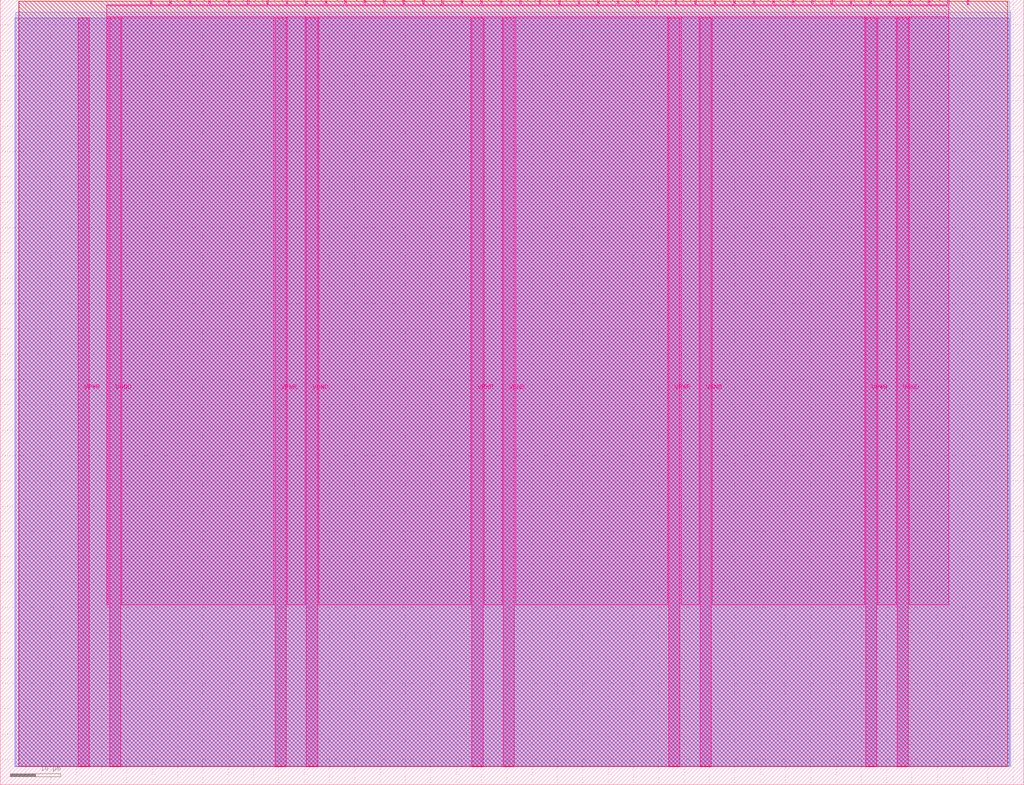
<source format=lef>
VERSION 5.7 ;
  NOWIREEXTENSIONATPIN ON ;
  DIVIDERCHAR "/" ;
  BUSBITCHARS "[]" ;
MACRO tt_um_emilian_muxpga
  CLASS BLOCK ;
  FOREIGN tt_um_emilian_muxpga ;
  ORIGIN 0.000 0.000 ;
  SIZE 202.080 BY 154.980 ;
  PIN VGND
    DIRECTION INOUT ;
    USE GROUND ;
    PORT
      LAYER Metal5 ;
        RECT 21.580 3.560 23.780 151.420 ;
    END
    PORT
      LAYER Metal5 ;
        RECT 60.450 3.560 62.650 151.420 ;
    END
    PORT
      LAYER Metal5 ;
        RECT 99.320 3.560 101.520 151.420 ;
    END
    PORT
      LAYER Metal5 ;
        RECT 138.190 3.560 140.390 151.420 ;
    END
    PORT
      LAYER Metal5 ;
        RECT 177.060 3.560 179.260 151.420 ;
    END
  END VGND
  PIN VPWR
    DIRECTION INOUT ;
    USE POWER ;
    PORT
      LAYER Metal5 ;
        RECT 15.380 3.560 17.580 151.420 ;
    END
    PORT
      LAYER Metal5 ;
        RECT 54.250 3.560 56.450 151.420 ;
    END
    PORT
      LAYER Metal5 ;
        RECT 93.120 3.560 95.320 151.420 ;
    END
    PORT
      LAYER Metal5 ;
        RECT 131.990 3.560 134.190 151.420 ;
    END
    PORT
      LAYER Metal5 ;
        RECT 170.860 3.560 173.060 151.420 ;
    END
  END VPWR
  PIN clk
    DIRECTION INPUT ;
    USE SIGNAL ;
    ANTENNAGATEAREA 0.213200 ;
    PORT
      LAYER Metal5 ;
        RECT 187.050 153.980 187.350 154.980 ;
    END
  END clk
  PIN ena
    DIRECTION INPUT ;
    USE SIGNAL ;
    PORT
      LAYER Metal5 ;
        RECT 190.890 153.980 191.190 154.980 ;
    END
  END ena
  PIN rst_n
    DIRECTION INPUT ;
    USE SIGNAL ;
    ANTENNAGATEAREA 0.741000 ;
    PORT
      LAYER Metal5 ;
        RECT 183.210 153.980 183.510 154.980 ;
    END
  END rst_n
  PIN ui_in[0]
    DIRECTION INPUT ;
    USE SIGNAL ;
    ANTENNAGATEAREA 0.314600 ;
    PORT
      LAYER Metal5 ;
        RECT 179.370 153.980 179.670 154.980 ;
    END
  END ui_in[0]
  PIN ui_in[1]
    DIRECTION INPUT ;
    USE SIGNAL ;
    ANTENNAGATEAREA 0.213200 ;
    PORT
      LAYER Metal5 ;
        RECT 175.530 153.980 175.830 154.980 ;
    END
  END ui_in[1]
  PIN ui_in[2]
    DIRECTION INPUT ;
    USE SIGNAL ;
    ANTENNAGATEAREA 0.180700 ;
    PORT
      LAYER Metal5 ;
        RECT 171.690 153.980 171.990 154.980 ;
    END
  END ui_in[2]
  PIN ui_in[3]
    DIRECTION INPUT ;
    USE SIGNAL ;
    ANTENNAGATEAREA 0.180700 ;
    PORT
      LAYER Metal5 ;
        RECT 167.850 153.980 168.150 154.980 ;
    END
  END ui_in[3]
  PIN ui_in[4]
    DIRECTION INPUT ;
    USE SIGNAL ;
    PORT
      LAYER Metal5 ;
        RECT 164.010 153.980 164.310 154.980 ;
    END
  END ui_in[4]
  PIN ui_in[5]
    DIRECTION INPUT ;
    USE SIGNAL ;
    PORT
      LAYER Metal5 ;
        RECT 160.170 153.980 160.470 154.980 ;
    END
  END ui_in[5]
  PIN ui_in[6]
    DIRECTION INPUT ;
    USE SIGNAL ;
    ANTENNAGATEAREA 0.213200 ;
    PORT
      LAYER Metal5 ;
        RECT 156.330 153.980 156.630 154.980 ;
    END
  END ui_in[6]
  PIN ui_in[7]
    DIRECTION INPUT ;
    USE SIGNAL ;
    ANTENNAGATEAREA 0.213200 ;
    PORT
      LAYER Metal5 ;
        RECT 152.490 153.980 152.790 154.980 ;
    END
  END ui_in[7]
  PIN uio_in[0]
    DIRECTION INPUT ;
    USE SIGNAL ;
    PORT
      LAYER Metal5 ;
        RECT 148.650 153.980 148.950 154.980 ;
    END
  END uio_in[0]
  PIN uio_in[1]
    DIRECTION INPUT ;
    USE SIGNAL ;
    PORT
      LAYER Metal5 ;
        RECT 144.810 153.980 145.110 154.980 ;
    END
  END uio_in[1]
  PIN uio_in[2]
    DIRECTION INPUT ;
    USE SIGNAL ;
    PORT
      LAYER Metal5 ;
        RECT 140.970 153.980 141.270 154.980 ;
    END
  END uio_in[2]
  PIN uio_in[3]
    DIRECTION INPUT ;
    USE SIGNAL ;
    PORT
      LAYER Metal5 ;
        RECT 137.130 153.980 137.430 154.980 ;
    END
  END uio_in[3]
  PIN uio_in[4]
    DIRECTION INPUT ;
    USE SIGNAL ;
    PORT
      LAYER Metal5 ;
        RECT 133.290 153.980 133.590 154.980 ;
    END
  END uio_in[4]
  PIN uio_in[5]
    DIRECTION INPUT ;
    USE SIGNAL ;
    PORT
      LAYER Metal5 ;
        RECT 129.450 153.980 129.750 154.980 ;
    END
  END uio_in[5]
  PIN uio_in[6]
    DIRECTION INPUT ;
    USE SIGNAL ;
    PORT
      LAYER Metal5 ;
        RECT 125.610 153.980 125.910 154.980 ;
    END
  END uio_in[6]
  PIN uio_in[7]
    DIRECTION INPUT ;
    USE SIGNAL ;
    PORT
      LAYER Metal5 ;
        RECT 121.770 153.980 122.070 154.980 ;
    END
  END uio_in[7]
  PIN uio_oe[0]
    DIRECTION OUTPUT ;
    USE SIGNAL ;
    ANTENNADIFFAREA 0.299200 ;
    PORT
      LAYER Metal5 ;
        RECT 56.490 153.980 56.790 154.980 ;
    END
  END uio_oe[0]
  PIN uio_oe[1]
    DIRECTION OUTPUT ;
    USE SIGNAL ;
    ANTENNADIFFAREA 0.299200 ;
    PORT
      LAYER Metal5 ;
        RECT 52.650 153.980 52.950 154.980 ;
    END
  END uio_oe[1]
  PIN uio_oe[2]
    DIRECTION OUTPUT ;
    USE SIGNAL ;
    ANTENNADIFFAREA 0.299200 ;
    PORT
      LAYER Metal5 ;
        RECT 48.810 153.980 49.110 154.980 ;
    END
  END uio_oe[2]
  PIN uio_oe[3]
    DIRECTION OUTPUT ;
    USE SIGNAL ;
    ANTENNADIFFAREA 0.299200 ;
    PORT
      LAYER Metal5 ;
        RECT 44.970 153.980 45.270 154.980 ;
    END
  END uio_oe[3]
  PIN uio_oe[4]
    DIRECTION OUTPUT ;
    USE SIGNAL ;
    ANTENNADIFFAREA 0.299200 ;
    PORT
      LAYER Metal5 ;
        RECT 41.130 153.980 41.430 154.980 ;
    END
  END uio_oe[4]
  PIN uio_oe[5]
    DIRECTION OUTPUT ;
    USE SIGNAL ;
    ANTENNADIFFAREA 0.299200 ;
    PORT
      LAYER Metal5 ;
        RECT 37.290 153.980 37.590 154.980 ;
    END
  END uio_oe[5]
  PIN uio_oe[6]
    DIRECTION OUTPUT ;
    USE SIGNAL ;
    ANTENNADIFFAREA 0.299200 ;
    PORT
      LAYER Metal5 ;
        RECT 33.450 153.980 33.750 154.980 ;
    END
  END uio_oe[6]
  PIN uio_oe[7]
    DIRECTION OUTPUT ;
    USE SIGNAL ;
    ANTENNADIFFAREA 0.299200 ;
    PORT
      LAYER Metal5 ;
        RECT 29.610 153.980 29.910 154.980 ;
    END
  END uio_oe[7]
  PIN uio_out[0]
    DIRECTION OUTPUT ;
    USE SIGNAL ;
    ANTENNADIFFAREA 0.299200 ;
    PORT
      LAYER Metal5 ;
        RECT 87.210 153.980 87.510 154.980 ;
    END
  END uio_out[0]
  PIN uio_out[1]
    DIRECTION OUTPUT ;
    USE SIGNAL ;
    ANTENNADIFFAREA 0.299200 ;
    PORT
      LAYER Metal5 ;
        RECT 83.370 153.980 83.670 154.980 ;
    END
  END uio_out[1]
  PIN uio_out[2]
    DIRECTION OUTPUT ;
    USE SIGNAL ;
    ANTENNADIFFAREA 0.299200 ;
    PORT
      LAYER Metal5 ;
        RECT 79.530 153.980 79.830 154.980 ;
    END
  END uio_out[2]
  PIN uio_out[3]
    DIRECTION OUTPUT ;
    USE SIGNAL ;
    ANTENNADIFFAREA 0.299200 ;
    PORT
      LAYER Metal5 ;
        RECT 75.690 153.980 75.990 154.980 ;
    END
  END uio_out[3]
  PIN uio_out[4]
    DIRECTION OUTPUT ;
    USE SIGNAL ;
    ANTENNADIFFAREA 0.299200 ;
    PORT
      LAYER Metal5 ;
        RECT 71.850 153.980 72.150 154.980 ;
    END
  END uio_out[4]
  PIN uio_out[5]
    DIRECTION OUTPUT ;
    USE SIGNAL ;
    ANTENNADIFFAREA 0.299200 ;
    PORT
      LAYER Metal5 ;
        RECT 68.010 153.980 68.310 154.980 ;
    END
  END uio_out[5]
  PIN uio_out[6]
    DIRECTION OUTPUT ;
    USE SIGNAL ;
    ANTENNADIFFAREA 0.299200 ;
    PORT
      LAYER Metal5 ;
        RECT 64.170 153.980 64.470 154.980 ;
    END
  END uio_out[6]
  PIN uio_out[7]
    DIRECTION OUTPUT ;
    USE SIGNAL ;
    ANTENNADIFFAREA 0.299200 ;
    PORT
      LAYER Metal5 ;
        RECT 60.330 153.980 60.630 154.980 ;
    END
  END uio_out[7]
  PIN uo_out[0]
    DIRECTION OUTPUT ;
    USE SIGNAL ;
    ANTENNADIFFAREA 0.299200 ;
    PORT
      LAYER Metal5 ;
        RECT 117.930 153.980 118.230 154.980 ;
    END
  END uo_out[0]
  PIN uo_out[1]
    DIRECTION OUTPUT ;
    USE SIGNAL ;
    ANTENNADIFFAREA 0.299200 ;
    PORT
      LAYER Metal5 ;
        RECT 114.090 153.980 114.390 154.980 ;
    END
  END uo_out[1]
  PIN uo_out[2]
    DIRECTION OUTPUT ;
    USE SIGNAL ;
    ANTENNADIFFAREA 0.299200 ;
    PORT
      LAYER Metal5 ;
        RECT 110.250 153.980 110.550 154.980 ;
    END
  END uo_out[2]
  PIN uo_out[3]
    DIRECTION OUTPUT ;
    USE SIGNAL ;
    ANTENNADIFFAREA 0.299200 ;
    PORT
      LAYER Metal5 ;
        RECT 106.410 153.980 106.710 154.980 ;
    END
  END uo_out[3]
  PIN uo_out[4]
    DIRECTION OUTPUT ;
    USE SIGNAL ;
    ANTENNADIFFAREA 0.677200 ;
    PORT
      LAYER Metal5 ;
        RECT 102.570 153.980 102.870 154.980 ;
    END
  END uo_out[4]
  PIN uo_out[5]
    DIRECTION OUTPUT ;
    USE SIGNAL ;
    ANTENNADIFFAREA 0.677200 ;
    PORT
      LAYER Metal5 ;
        RECT 98.730 153.980 99.030 154.980 ;
    END
  END uo_out[5]
  PIN uo_out[6]
    DIRECTION OUTPUT ;
    USE SIGNAL ;
    ANTENNADIFFAREA 0.677200 ;
    PORT
      LAYER Metal5 ;
        RECT 94.890 153.980 95.190 154.980 ;
    END
  END uo_out[6]
  PIN uo_out[7]
    DIRECTION OUTPUT ;
    USE SIGNAL ;
    ANTENNADIFFAREA 0.677200 ;
    PORT
      LAYER Metal5 ;
        RECT 91.050 153.980 91.350 154.980 ;
    END
  END uo_out[7]
  OBS
      LAYER GatPoly ;
        RECT 2.880 3.630 199.200 151.350 ;
      LAYER Metal1 ;
        RECT 2.880 3.560 199.200 151.420 ;
      LAYER Metal2 ;
        RECT 3.085 3.680 199.475 152.560 ;
      LAYER Metal3 ;
        RECT 3.740 3.635 199.300 154.705 ;
      LAYER Metal4 ;
        RECT 3.695 3.680 198.865 154.660 ;
      LAYER Metal5 ;
        RECT 21.020 153.770 29.400 153.980 ;
        RECT 30.120 153.770 33.240 153.980 ;
        RECT 33.960 153.770 37.080 153.980 ;
        RECT 37.800 153.770 40.920 153.980 ;
        RECT 41.640 153.770 44.760 153.980 ;
        RECT 45.480 153.770 48.600 153.980 ;
        RECT 49.320 153.770 52.440 153.980 ;
        RECT 53.160 153.770 56.280 153.980 ;
        RECT 57.000 153.770 60.120 153.980 ;
        RECT 60.840 153.770 63.960 153.980 ;
        RECT 64.680 153.770 67.800 153.980 ;
        RECT 68.520 153.770 71.640 153.980 ;
        RECT 72.360 153.770 75.480 153.980 ;
        RECT 76.200 153.770 79.320 153.980 ;
        RECT 80.040 153.770 83.160 153.980 ;
        RECT 83.880 153.770 87.000 153.980 ;
        RECT 87.720 153.770 90.840 153.980 ;
        RECT 91.560 153.770 94.680 153.980 ;
        RECT 95.400 153.770 98.520 153.980 ;
        RECT 99.240 153.770 102.360 153.980 ;
        RECT 103.080 153.770 106.200 153.980 ;
        RECT 106.920 153.770 110.040 153.980 ;
        RECT 110.760 153.770 113.880 153.980 ;
        RECT 114.600 153.770 117.720 153.980 ;
        RECT 118.440 153.770 121.560 153.980 ;
        RECT 122.280 153.770 125.400 153.980 ;
        RECT 126.120 153.770 129.240 153.980 ;
        RECT 129.960 153.770 133.080 153.980 ;
        RECT 133.800 153.770 136.920 153.980 ;
        RECT 137.640 153.770 140.760 153.980 ;
        RECT 141.480 153.770 144.600 153.980 ;
        RECT 145.320 153.770 148.440 153.980 ;
        RECT 149.160 153.770 152.280 153.980 ;
        RECT 153.000 153.770 156.120 153.980 ;
        RECT 156.840 153.770 159.960 153.980 ;
        RECT 160.680 153.770 163.800 153.980 ;
        RECT 164.520 153.770 167.640 153.980 ;
        RECT 168.360 153.770 171.480 153.980 ;
        RECT 172.200 153.770 175.320 153.980 ;
        RECT 176.040 153.770 179.160 153.980 ;
        RECT 179.880 153.770 183.000 153.980 ;
        RECT 183.720 153.770 186.840 153.980 ;
        RECT 21.020 151.630 187.300 153.770 ;
        RECT 21.020 35.555 21.370 151.630 ;
        RECT 23.990 35.555 54.040 151.630 ;
        RECT 56.660 35.555 60.240 151.630 ;
        RECT 62.860 35.555 92.910 151.630 ;
        RECT 95.530 35.555 99.110 151.630 ;
        RECT 101.730 35.555 131.780 151.630 ;
        RECT 134.400 35.555 137.980 151.630 ;
        RECT 140.600 35.555 170.650 151.630 ;
        RECT 173.270 35.555 176.850 151.630 ;
        RECT 179.470 35.555 187.300 151.630 ;
  END
END tt_um_emilian_muxpga
END LIBRARY


</source>
